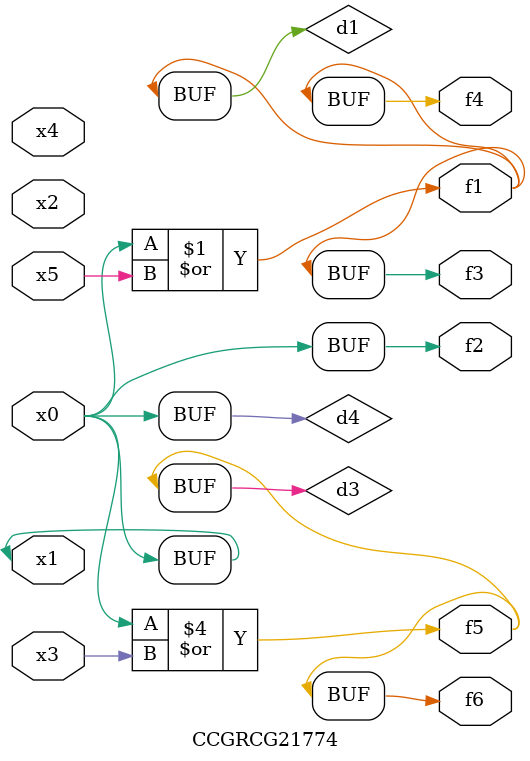
<source format=v>
module CCGRCG21774(
	input x0, x1, x2, x3, x4, x5,
	output f1, f2, f3, f4, f5, f6
);

	wire d1, d2, d3, d4;

	or (d1, x0, x5);
	xnor (d2, x1, x4);
	or (d3, x0, x3);
	buf (d4, x0, x1);
	assign f1 = d1;
	assign f2 = d4;
	assign f3 = d1;
	assign f4 = d1;
	assign f5 = d3;
	assign f6 = d3;
endmodule

</source>
